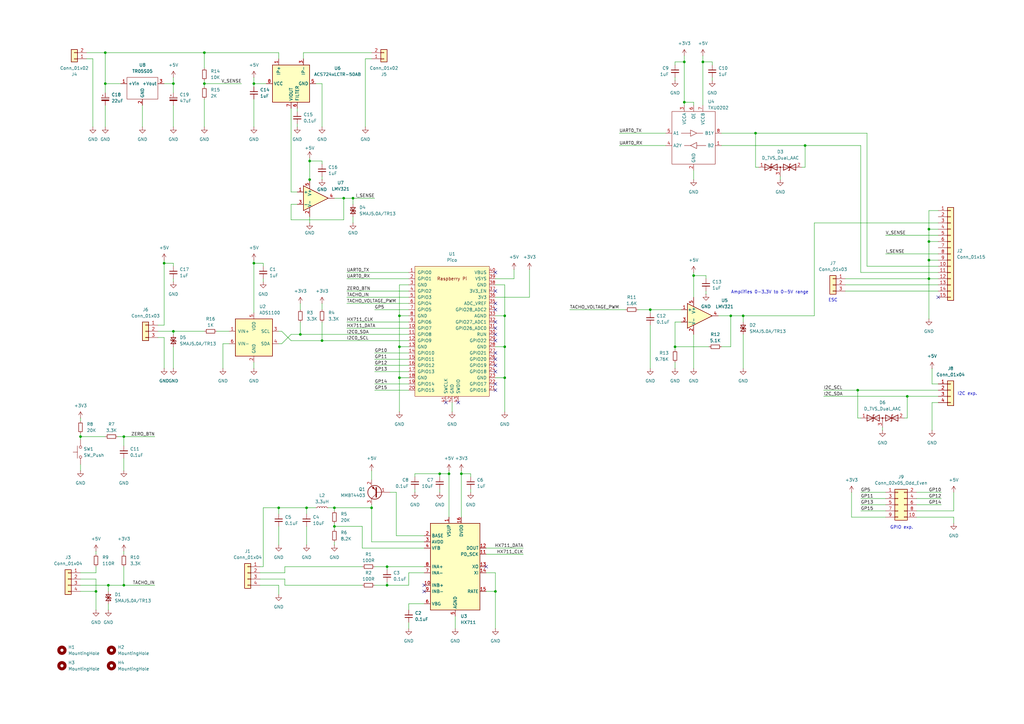
<source format=kicad_sch>
(kicad_sch (version 20231120) (generator "eeschema") (generator_version "8.0")
  (paper "A3")
  (title_block (title "AERO21412 \"Black Box\"") (date "2024-10-08") (rev "1.0"))
  (junction (at 299.72 129.54))
  (junction (at 304.8 129.54))
  (junction (at 351.79 160.02))
  (junction (at 123.19 137.16))
  (junction (at 163.83 129.54))
  (junction (at 43.18 21.59))
  (junction (at 372.11 162.56))
  (junction (at 381 93.98))
  (junction (at 114.3 208.28))
  (junction (at 137.16 215.9))
  (junction (at 381 106.68))
  (junction (at 71.12 34.29))
  (junction (at 50.8 240.03))
  (junction (at 207.01 154.94))
  (junction (at 39.37 242.57))
  (junction (at 67.31 107.95))
  (junction (at 163.83 154.94))
  (junction (at 127 73.66))
  (junction (at 104.14 107.95))
  (junction (at 140.97 81.28))
  (junction (at 132.08 139.7))
  (junction (at 158.75 232.41))
  (junction (at 266.7 127))
  (junction (at 309.88 54.61))
  (junction (at 44.45 240.03))
  (junction (at 50.8 179.07))
  (junction (at 180.34 194.31))
  (junction (at 203.2 242.57))
  (junction (at 127 66.04))
  (junction (at 184.15 194.31))
  (junction (at 284.48 113.03))
  (junction (at 144.78 81.28))
  (junction (at 280.67 41.91))
  (junction (at 83.82 21.59))
  (junction (at 137.16 208.28))
  (junction (at 163.83 142.24))
  (junction (at 125.73 208.28))
  (junction (at 381 114.3))
  (junction (at 43.18 34.29))
  (junction (at 152.4 208.28))
  (junction (at 33.02 179.07))
  (junction (at 330.2 59.69))
  (junction (at 189.23 194.31))
  (junction (at 104.14 34.29))
  (junction (at 83.82 34.29))
  (junction (at 276.86 142.24))
  (junction (at 280.67 25.4))
  (junction (at 207.01 142.24))
  (junction (at 207.01 129.54))
  (junction (at 158.75 240.03))
  (junction (at 288.29 25.4))
  (junction (at 381 99.06))
  (junction (at 71.12 135.89))
  (no_connect (at 203.2 137.16))
  (no_connect (at 203.2 147.32))
  (no_connect (at 203.2 152.4))
  (no_connect (at 203.2 160.02))
  (no_connect (at 173.99 242.57))
  (no_connect (at 203.2 139.7))
  (no_connect (at 173.99 240.03))
  (no_connect (at 199.39 232.41))
  (no_connect (at 203.2 111.76))
  (no_connect (at 203.2 124.46))
  (no_connect (at 203.2 157.48))
  (no_connect (at 203.2 119.38))
  (no_connect (at 187.96 165.1))
  (no_connect (at 203.2 144.78))
  (no_connect (at 203.2 134.62))
  (no_connect (at 182.88 165.1))
  (no_connect (at 384.81 121.92))
  (no_connect (at 203.2 149.86))
  (no_connect (at 203.2 132.08))
  (no_connect (at 203.2 127))
  (wire (pts (xy 353.06 209.55) (xy 363.22 209.55)))
  (wire (pts (xy 121.92 50.8) (xy 121.92 52.07)))
  (wire (pts (xy 381 93.98) (xy 384.81 93.98)))
  (wire (pts (xy 71.12 31.75) (xy 71.12 34.29)))
  (wire (pts (xy 127 64.77) (xy 127 66.04)))
  (wire (pts (xy 185.42 165.1) (xy 185.42 168.91)))
  (wire (pts (xy 127 88.9) (xy 127 91.44)))
  (wire (pts (xy 91.44 140.97) (xy 91.44 151.13)))
  (wire (pts (xy 280.67 41.91) (xy 284.48 41.91)))
  (wire (pts (xy 153.67 144.78) (xy 167.64 144.78)))
  (wire (pts (xy 67.31 106.68) (xy 67.31 107.95)))
  (wire (pts (xy 137.16 214.63) (xy 137.16 215.9)))
  (wire (pts (xy 132.08 34.29) (xy 129.54 34.29)))
  (wire (pts (xy 375.92 207.01) (xy 386.08 207.01)))
  (wire (pts (xy 295.91 54.61) (xy 309.88 54.61)))
  (wire (pts (xy 127 66.04) (xy 132.08 66.04)))
  (wire (pts (xy 158.75 232.41) (xy 173.99 232.41)))
  (wire (pts (xy 93.98 140.97) (xy 91.44 140.97)))
  (wire (pts (xy 337.82 160.02) (xy 351.79 160.02)))
  (wire (pts (xy 203.2 114.3) (xy 210.82 114.3)))
  (wire (pts (xy 58.42 43.18) (xy 58.42 52.07)))
  (wire (pts (xy 67.31 34.29) (xy 71.12 34.29)))
  (wire (pts (xy 381 93.98) (xy 381 99.06)))
  (wire (pts (xy 337.82 162.56) (xy 372.11 162.56)))
  (wire (pts (xy 284.48 69.85) (xy 284.48 73.66)))
  (wire (pts (xy 114.3 240.03) (xy 114.3 243.84)))
  (wire (pts (xy 116.84 234.95) (xy 106.68 234.95)))
  (wire (pts (xy 153.67 147.32) (xy 167.64 147.32)))
  (wire (pts (xy 132.08 124.46) (xy 132.08 127)))
  (wire (pts (xy 384.81 109.22) (xy 355.6 109.22)))
  (wire (pts (xy 382.27 165.1) (xy 382.27 176.53)))
  (wire (pts (xy 346.71 116.84) (xy 384.81 116.84)))
  (wire (pts (xy 116.84 232.41) (xy 116.84 234.95)))
  (wire (pts (xy 284.48 111.76) (xy 284.48 113.03)))
  (wire (pts (xy 167.64 247.65) (xy 173.99 247.65)))
  (wire (pts (xy 148.59 215.9) (xy 137.16 215.9)))
  (wire (pts (xy 199.39 234.95) (xy 203.2 234.95)))
  (wire (pts (xy 199.39 227.33) (xy 214.63 227.33)))
  (wire (pts (xy 33.02 234.95) (xy 39.37 234.95)))
  (wire (pts (xy 266.7 127) (xy 279.4 127)))
  (wire (pts (xy 104.14 106.68) (xy 104.14 107.95)))
  (wire (pts (xy 83.82 34.29) (xy 83.82 35.56)))
  (wire (pts (xy 152.4 208.28) (xy 152.4 207.01)))
  (wire (pts (xy 276.86 31.75) (xy 276.86 33.02)))
  (wire (pts (xy 43.18 21.59) (xy 43.18 34.29)))
  (wire (pts (xy 153.67 160.02) (xy 167.64 160.02)))
  (wire (pts (xy 158.75 238.76) (xy 158.75 240.03)))
  (wire (pts (xy 167.64 234.95) (xy 167.64 240.03)))
  (wire (pts (xy 121.92 78.74) (xy 119.38 78.74)))
  (wire (pts (xy 39.37 237.49) (xy 39.37 242.57)))
  (wire (pts (xy 33.02 240.03) (xy 44.45 240.03)))
  (wire (pts (xy 203.2 121.92) (xy 217.17 121.92)))
  (wire (pts (xy 284.48 137.16) (xy 284.48 151.13)))
  (wire (pts (xy 35.56 24.13) (xy 38.1 24.13)))
  (wire (pts (xy 142.24 121.92) (xy 167.64 121.92)))
  (wire (pts (xy 132.08 72.39) (xy 132.08 73.66)))
  (wire (pts (xy 134.62 208.28) (xy 137.16 208.28)))
  (wire (pts (xy 158.75 232.41) (xy 158.75 233.68)))
  (wire (pts (xy 44.45 240.03) (xy 50.8 240.03)))
  (wire (pts (xy 114.3 208.28) (xy 114.3 210.82)))
  (wire (pts (xy 142.24 111.76) (xy 167.64 111.76)))
  (wire (pts (xy 193.04 194.31) (xy 189.23 194.31)))
  (wire (pts (xy 299.72 129.54) (xy 299.72 142.24)))
  (wire (pts (xy 292.1 26.67) (xy 292.1 25.4)))
  (wire (pts (xy 162.56 201.93) (xy 162.56 219.71)))
  (wire (pts (xy 299.72 142.24) (xy 295.91 142.24)))
  (wire (pts (xy 149.86 24.13) (xy 149.86 52.07)))
  (wire (pts (xy 114.3 215.9) (xy 114.3 223.52)))
  (wire (pts (xy 334.01 91.44) (xy 384.81 91.44)))
  (wire (pts (xy 114.3 21.59) (xy 114.3 24.13)))
  (wire (pts (xy 104.14 107.95) (xy 107.95 107.95)))
  (wire (pts (xy 353.06 207.01) (xy 363.22 207.01)))
  (wire (pts (xy 167.64 247.65) (xy 167.64 250.19)))
  (wire (pts (xy 381 99.06) (xy 384.81 99.06)))
  (wire (pts (xy 158.75 240.03) (xy 167.64 240.03)))
  (wire (pts (xy 107.95 232.41) (xy 107.95 208.28)))
  (wire (pts (xy 33.02 177.8) (xy 33.02 179.07)))
  (wire (pts (xy 163.83 142.24) (xy 163.83 129.54)))
  (wire (pts (xy 189.23 193.04) (xy 189.23 194.31)))
  (wire (pts (xy 152.4 193.04) (xy 152.4 196.85)))
  (wire (pts (xy 280.67 41.91) (xy 280.67 43.18)))
  (wire (pts (xy 304.8 129.54) (xy 334.01 129.54)))
  (wire (pts (xy 50.8 187.96) (xy 50.8 193.04)))
  (wire (pts (xy 167.64 234.95) (xy 173.99 234.95)))
  (wire (pts (xy 49.53 34.29) (xy 43.18 34.29)))
  (wire (pts (xy 129.54 208.28) (xy 125.73 208.28)))
  (wire (pts (xy 203.2 129.54) (xy 207.01 129.54)))
  (wire (pts (xy 276.86 26.67) (xy 276.86 25.4)))
  (wire (pts (xy 193.04 200.66) (xy 193.04 201.93)))
  (wire (pts (xy 153.67 127) (xy 167.64 127)))
  (wire (pts (xy 104.14 31.75) (xy 104.14 34.29)))
  (wire (pts (xy 163.83 154.94) (xy 167.64 154.94)))
  (wire (pts (xy 203.2 142.24) (xy 207.01 142.24)))
  (wire (pts (xy 353.06 201.93) (xy 363.22 201.93)))
  (wire (pts (xy 71.12 135.89) (xy 83.82 135.89)))
  (wire (pts (xy 33.02 190.5) (xy 33.02 193.04)))
  (wire (pts (xy 71.12 34.29) (xy 71.12 38.1)))
  (wire (pts (xy 309.88 54.61) (xy 309.88 68.58)))
  (wire (pts (xy 127 66.04) (xy 127 73.66)))
  (wire (pts (xy 119.38 137.16) (xy 123.19 137.16)))
  (wire (pts (xy 137.16 81.28) (xy 140.97 81.28)))
  (wire (pts (xy 142.24 119.38) (xy 167.64 119.38)))
  (wire (pts (xy 375.92 201.93) (xy 386.08 201.93)))
  (wire (pts (xy 162.56 219.71) (xy 173.99 219.71)))
  (wire (pts (xy 207.01 116.84) (xy 207.01 129.54)))
  (wire (pts (xy 106.68 232.41) (xy 107.95 232.41)))
  (wire (pts (xy 375.92 204.47) (xy 386.08 204.47)))
  (wire (pts (xy 83.82 21.59) (xy 83.82 27.94)))
  (wire (pts (xy 193.04 195.58) (xy 193.04 194.31)))
  (wire (pts (xy 167.64 255.27) (xy 167.64 257.81)))
  (wire (pts (xy 114.3 135.89) (xy 115.57 135.89)))
  (wire (pts (xy 363.22 96.52) (xy 384.81 96.52)))
  (wire (pts (xy 48.26 179.07) (xy 50.8 179.07)))
  (wire (pts (xy 170.18 200.66) (xy 170.18 201.93)))
  (wire (pts (xy 140.97 90.17) (xy 119.38 90.17)))
  (wire (pts (xy 294.64 129.54) (xy 299.72 129.54)))
  (wire (pts (xy 189.23 194.31) (xy 189.23 212.09)))
  (wire (pts (xy 153.67 232.41) (xy 158.75 232.41)))
  (wire (pts (xy 123.19 124.46) (xy 123.19 127)))
  (wire (pts (xy 284.48 43.18) (xy 284.48 41.91)))
  (wire (pts (xy 104.14 34.29) (xy 104.14 35.56)))
  (wire (pts (xy 203.2 242.57) (xy 203.2 257.81)))
  (wire (pts (xy 391.16 209.55) (xy 391.16 201.93)))
  (wire (pts (xy 163.83 142.24) (xy 163.83 154.94)))
  (wire (pts (xy 67.31 107.95) (xy 71.12 107.95)))
  (wire (pts (xy 292.1 31.75) (xy 292.1 33.02)))
  (wire (pts (xy 346.71 119.38) (xy 384.81 119.38)))
  (wire (pts (xy 288.29 25.4) (xy 292.1 25.4)))
  (wire (pts (xy 289.56 119.38) (xy 289.56 120.65)))
  (wire (pts (xy 163.83 129.54) (xy 167.64 129.54)))
  (wire (pts (xy 153.67 157.48) (xy 167.64 157.48)))
  (wire (pts (xy 280.67 25.4) (xy 280.67 41.91)))
  (wire (pts (xy 119.38 83.82) (xy 121.92 83.82)))
  (wire (pts (xy 381 106.68) (xy 384.81 106.68)))
  (wire (pts (xy 39.37 242.57) (xy 39.37 250.19)))
  (wire (pts (xy 320.04 72.39) (xy 320.04 73.66)))
  (wire (pts (xy 203.2 234.95) (xy 203.2 242.57)))
  (wire (pts (xy 119.38 139.7) (xy 132.08 139.7)))
  (wire (pts (xy 163.83 168.91) (xy 163.83 154.94)))
  (wire (pts (xy 144.78 88.9) (xy 144.78 91.44)))
  (wire (pts (xy 180.34 194.31) (xy 184.15 194.31)))
  (wire (pts (xy 375.92 212.09) (xy 391.16 212.09)))
  (wire (pts (xy 127 74.93) (xy 127 73.66)))
  (wire (pts (xy 132.08 66.04) (xy 132.08 67.31)))
  (wire (pts (xy 125.73 208.28) (xy 125.73 210.82)))
  (wire (pts (xy 67.31 138.43) (xy 67.31 151.13)))
  (wire (pts (xy 266.7 127) (xy 266.7 128.27)))
  (wire (pts (xy 104.14 107.95) (xy 104.14 128.27)))
  (wire (pts (xy 107.95 114.3) (xy 107.95 115.57)))
  (wire (pts (xy 39.37 226.06) (xy 39.37 227.33)))
  (wire (pts (xy 334.01 129.54) (xy 334.01 91.44)))
  (wire (pts (xy 381 106.68) (xy 381 114.3)))
  (wire (pts (xy 180.34 195.58) (xy 180.34 194.31)))
  (wire (pts (xy 50.8 240.03) (xy 63.5 240.03)))
  (wire (pts (xy 184.15 193.04) (xy 184.15 194.31)))
  (wire (pts (xy 375.92 209.55) (xy 391.16 209.55)))
  (wire (pts (xy 107.95 208.28) (xy 114.3 208.28)))
  (wire (pts (xy 330.2 59.69) (xy 330.2 68.58)))
  (wire (pts (xy 142.24 134.62) (xy 167.64 134.62)))
  (wire (pts (xy 279.4 132.08) (xy 276.86 132.08)))
  (wire (pts (xy 33.02 237.49) (xy 39.37 237.49)))
  (wire (pts (xy 391.16 212.09) (xy 391.16 214.63)))
  (wire (pts (xy 153.67 240.03) (xy 158.75 240.03)))
  (wire (pts (xy 124.46 21.59) (xy 152.4 21.59)))
  (wire (pts (xy 372.11 162.56) (xy 384.81 162.56)))
  (wire (pts (xy 207.01 129.54) (xy 207.01 142.24)))
  (wire (pts (xy 351.79 171.45) (xy 351.79 160.02)))
  (wire (pts (xy 349.25 212.09) (xy 363.22 212.09)))
  (wire (pts (xy 254 59.69) (xy 273.05 59.69)))
  (wire (pts (xy 207.01 154.94) (xy 207.01 168.91)))
  (wire (pts (xy 284.48 113.03) (xy 284.48 121.92)))
  (wire (pts (xy 33.02 179.07) (xy 33.02 180.34)))
  (wire (pts (xy 83.82 33.02) (xy 83.82 34.29)))
  (wire (pts (xy 43.18 21.59) (xy 83.82 21.59)))
  (wire (pts (xy 107.95 107.95) (xy 107.95 109.22)))
  (wire (pts (xy 83.82 40.64) (xy 83.82 52.07)))
  (wire (pts (xy 153.67 152.4) (xy 167.64 152.4)))
  (wire (pts (xy 311.15 68.58) (xy 309.88 68.58)))
  (wire (pts (xy 353.06 59.69) (xy 353.06 111.76)))
  (wire (pts (xy 153.67 149.86) (xy 167.64 149.86)))
  (wire (pts (xy 144.78 81.28) (xy 144.78 83.82)))
  (wire (pts (xy 50.8 179.07) (xy 63.5 179.07)))
  (wire (pts (xy 137.16 208.28) (xy 152.4 208.28)))
  (wire (pts (xy 123.19 132.08) (xy 123.19 137.16)))
  (wire (pts (xy 167.64 142.24) (xy 163.83 142.24)))
  (wire (pts (xy 137.16 215.9) (xy 137.16 217.17)))
  (wire (pts (xy 353.06 204.47) (xy 363.22 204.47)))
  (wire (pts (xy 284.48 113.03) (xy 289.56 113.03)))
  (wire (pts (xy 83.82 34.29) (xy 99.06 34.29)))
  (wire (pts (xy 115.57 135.89) (xy 119.38 139.7)))
  (wire (pts (xy 288.29 22.86) (xy 288.29 25.4)))
  (wire (pts (xy 71.12 142.24) (xy 71.12 151.13)))
  (wire (pts (xy 106.68 240.03) (xy 114.3 240.03)))
  (wire (pts (xy 44.45 247.65) (xy 44.45 250.19)))
  (wire (pts (xy 210.82 110.49) (xy 210.82 114.3)))
  (wire (pts (xy 123.19 137.16) (xy 167.64 137.16)))
  (wire (pts (xy 33.02 179.07) (xy 43.18 179.07)))
  (wire (pts (xy 39.37 234.95) (xy 39.37 232.41)))
  (wire (pts (xy 280.67 22.86) (xy 280.67 25.4)))
  (wire (pts (xy 71.12 114.3) (xy 71.12 115.57)))
  (wire (pts (xy 43.18 43.18) (xy 43.18 52.07)))
  (wire (pts (xy 132.08 52.07) (xy 132.08 34.29)))
  (wire (pts (xy 309.88 54.61) (xy 355.6 54.61)))
  (wire (pts (xy 384.81 165.1) (xy 382.27 165.1)))
  (wire (pts (xy 142.24 114.3) (xy 167.64 114.3)))
  (wire (pts (xy 203.2 116.84) (xy 207.01 116.84)))
  (wire (pts (xy 233.68 127) (xy 256.54 127)))
  (wire (pts (xy 384.81 86.36) (xy 381 86.36)))
  (wire (pts (xy 328.93 68.58) (xy 330.2 68.58)))
  (wire (pts (xy 288.29 25.4) (xy 288.29 43.18)))
  (wire (pts (xy 351.79 160.02) (xy 384.81 160.02)))
  (wire (pts (xy 33.02 171.45) (xy 33.02 172.72)))
  (wire (pts (xy 381 99.06) (xy 381 106.68)))
  (wire (pts (xy 330.2 59.69) (xy 353.06 59.69)))
  (wire (pts (xy 104.14 148.59) (xy 104.14 151.13)))
  (wire (pts (xy 304.8 129.54) (xy 304.8 132.08)))
  (wire (pts (xy 372.11 162.56) (xy 372.11 171.45)))
  (wire (pts (xy 50.8 179.07) (xy 50.8 182.88)))
  (wire (pts (xy 203.2 154.94) (xy 207.01 154.94)))
  (wire (pts (xy 355.6 109.22) (xy 355.6 54.61)))
  (wire (pts (xy 67.31 133.35) (xy 64.77 133.35)))
  (wire (pts (xy 71.12 107.95) (xy 71.12 109.22)))
  (wire (pts (xy 137.16 208.28) (xy 137.16 209.55)))
  (wire (pts (xy 140.97 81.28) (xy 144.78 81.28)))
  (wire (pts (xy 124.46 24.13) (xy 124.46 21.59)))
  (wire (pts (xy 144.78 81.28) (xy 153.67 81.28)))
  (wire (pts (xy 295.91 59.69) (xy 330.2 59.69)))
  (wire (pts (xy 38.1 24.13) (xy 38.1 52.07)))
  (wire (pts (xy 88.9 135.89) (xy 93.98 135.89)))
  (wire (pts (xy 121.92 44.45) (xy 121.92 45.72)))
  (wire (pts (xy 163.83 116.84) (xy 167.64 116.84)))
  (wire (pts (xy 50.8 240.03) (xy 50.8 232.41)))
  (wire (pts (xy 142.24 124.46) (xy 167.64 124.46)))
  (wire (pts (xy 217.17 110.49) (xy 217.17 121.92)))
  (wire (pts (xy 170.18 194.31) (xy 180.34 194.31)))
  (wire (pts (xy 276.86 148.59) (xy 276.86 151.13)))
  (wire (pts (xy 43.18 34.29) (xy 43.18 38.1)))
  (wire (pts (xy 199.39 242.57) (xy 203.2 242.57)))
  (wire (pts (xy 64.77 135.89) (xy 71.12 135.89)))
  (wire (pts (xy 276.86 132.08) (xy 276.86 142.24)))
  (wire (pts (xy 349.25 201.93) (xy 349.25 212.09)))
  (wire (pts (xy 186.69 252.73) (xy 186.69 257.81)))
  (wire (pts (xy 363.22 104.14) (xy 384.81 104.14)))
  (wire (pts (xy 361.95 175.26) (xy 361.95 176.53)))
  (wire (pts (xy 67.31 107.95) (xy 67.31 133.35)))
  (wire (pts (xy 173.99 224.79) (xy 148.59 224.79)))
  (wire (pts (xy 304.8 137.16) (xy 304.8 151.13)))
  (wire (pts (xy 140.97 81.28) (xy 140.97 90.17)))
  (wire (pts (xy 44.45 240.03) (xy 44.45 242.57)))
  (wire (pts (xy 163.83 129.54) (xy 163.83 116.84)))
  (wire (pts (xy 64.77 138.43) (xy 67.31 138.43)))
  (wire (pts (xy 254 54.61) (xy 273.05 54.61)))
  (wire (pts (xy 116.84 240.03) (xy 148.59 240.03)))
  (wire (pts (xy 152.4 208.28) (xy 152.4 222.25)))
  (wire (pts (xy 370.84 171.45) (xy 372.11 171.45)))
  (wire (pts (xy 115.57 140.97) (xy 119.38 137.16)))
  (wire (pts (xy 384.81 157.48) (xy 382.27 157.48)))
  (wire (pts (xy 381 86.36) (xy 381 93.98)))
  (wire (pts (xy 199.39 224.79) (xy 214.63 224.79)))
  (wire (pts (xy 266.7 133.35) (xy 266.7 151.13)))
  (wire (pts (xy 381 114.3) (xy 381 130.81)))
  (wire (pts (xy 71.12 43.18) (xy 71.12 52.07)))
  (wire (pts (xy 83.82 21.59) (xy 114.3 21.59)))
  (wire (pts (xy 132.08 132.08) (xy 132.08 139.7)))
  (wire (pts (xy 299.72 129.54) (xy 304.8 129.54)))
  (wire (pts (xy 125.73 215.9) (xy 125.73 223.52)))
  (wire (pts (xy 125.73 208.28) (xy 114.3 208.28)))
  (wire (pts (xy 261.62 127) (xy 266.7 127)))
  (wire (pts (xy 116.84 237.49) (xy 116.84 240.03)))
  (wire (pts (xy 173.99 222.25) (xy 152.4 222.25)))
  (wire (pts (xy 381 114.3) (xy 384.81 114.3)))
  (wire (pts (xy 180.34 200.66) (xy 180.34 201.93)))
  (wire (pts (xy 207.01 142.24) (xy 207.01 154.94)))
  (wire (pts (xy 33.02 242.57) (xy 39.37 242.57)))
  (wire (pts (xy 160.02 201.93) (xy 162.56 201.93)))
  (wire (pts (xy 104.14 40.64) (xy 104.14 52.07)))
  (wire (pts (xy 119.38 90.17) (xy 119.38 83.82)))
  (wire (pts (xy 109.22 34.29) (xy 104.14 34.29)))
  (wire (pts (xy 170.18 195.58) (xy 170.18 194.31)))
  (wire (pts (xy 152.4 24.13) (xy 149.86 24.13)))
  (wire (pts (xy 71.12 135.89) (xy 71.12 137.16)))
  (wire (pts (xy 148.59 224.79) (xy 148.59 215.9)))
  (wire (pts (xy 353.06 111.76) (xy 384.81 111.76)))
  (wire (pts (xy 382.27 151.13) (xy 382.27 157.48)))
  (wire (pts (xy 184.15 194.31) (xy 184.15 212.09)))
  (wire (pts (xy 142.24 132.08) (xy 167.64 132.08)))
  (wire (pts (xy 351.79 171.45) (xy 353.06 171.45)))
  (wire (pts (xy 119.38 78.74) (xy 119.38 44.45)))
  (wire (pts (xy 106.68 237.49) (xy 116.84 237.49)))
  (wire (pts (xy 148.59 232.41) (xy 116.84 232.41)))
  (wire (pts (xy 290.83 142.24) (xy 276.86 142.24)))
  (wire (pts (xy 137.16 222.25) (xy 137.16 223.52)))
  (wire (pts (xy 132.08 139.7) (xy 167.64 139.7)))
  (wire (pts (xy 289.56 113.03) (xy 289.56 114.3)))
  (wire (pts (xy 50.8 226.06) (xy 50.8 227.33)))
  (wire (pts (xy 276.86 142.24) (xy 276.86 143.51)))
  (wire (pts (xy 114.3 140.97) (xy 115.57 140.97)))
  (wire (pts (xy 276.86 25.4) (xy 280.67 25.4)))
  (wire (pts (xy 346.71 114.3) (xy 381 114.3)))
  (wire (pts (xy 35.56 21.59) (xy 43.18 21.59)))
  (text "GPIO exp." (at 369.824 216.408 0) (effects (font (size 1.27 1.27))))
  (text "Amplifies 0-3.3V to 0-5V range" (at 315.722 119.888 0) (effects (font (size 1.27 1.27))))
  (text "ESC" (at 341.63 123.19 0) (effects (font (size 1.27 1.27))))
  (text "I2C exp." (at 396.748 161.544 0) (effects (font (size 1.27 1.27))))
  (label "I2C_SDA" (at 337.82 162.56 0))
  (label "ZERO_BTN" (at 142.24 119.38 0))
  (label "TACHO_VOLTAGE_PWM" (at 142.24 124.46 0))
  (label "V_SENSE" (at 363.22 96.52 0))
  (label "HX711_CLK" (at 142.24 132.08 0))
  (label "GP13" (at 353.06 207.01 0))
  (label "UART0_RX" (at 254 59.69 0))
  (label "V_SENSE" (at 99.06 34.29 180))
  (label "GP10" (at 153.67 144.78 0))
  (label "UART0_TX" (at 254 54.61 0))
  (label "TACHO_IN" (at 63.5 240.03 180))
  (label "GP15" (at 153.67 160.02 0))
  (label "I2C0_SDA" (at 142.24 137.16 0))
  (label "GP14" (at 153.67 157.48 0))
  (label "HX711_DATA" (at 142.24 134.62 0))
  (label "HX711_DATA" (at 214.63 224.79 180))
  (label "I_SENSE" (at 153.67 81.28 180))
  (label "GP10" (at 386.08 201.93 180))
  (label "GP14" (at 386.08 207.01 180))
  (label "GP5" (at 353.06 201.93 0))
  (label "ZERO_BTN" (at 63.5 179.07 180))
  (label "I_SENSE" (at 363.22 104.14 0))
  (label "GP11" (at 153.67 147.32 0))
  (label "I2C0_SCL" (at 142.24 139.7 0))
  (label "HX711_CLK" (at 214.63 227.33 180))
  (label "TACHO_IN" (at 142.24 121.92 0))
  (label "TACHO_VOLTAGE_PWM" (at 233.68 127 0))
  (label "GP13" (at 153.67 152.4 0))
  (label "GP12" (at 153.67 149.86 0))
  (label "GP12" (at 386.08 204.47 180))
  (label "GP5" (at 153.67 127 0))
  (label "I2C_SCL" (at 337.82 160.02 0))
  (label "UART0_RX" (at 142.24 114.3 0))
  (label "UART0_TX" (at 142.24 111.76 0))
  (label "GP15" (at 353.06 209.55 0))
  (label "GP11" (at 353.06 204.47 0))
  (symbol (lib_id "power:+5V") (at 39.37 226.06 0) (unit 1)
    (property "Reference" "#PWR033" (effects (hide yes)))
    (property "Value" "+5V" (at 39.37 220.98 0))
    (property "Description" "Power symbol creates a global label with name \"+5V\"" (effects (hide yes)))
  )
  (symbol (lib_id "Device:R_Small") (at 50.8 229.87 180) (unit 1)
    (property "Reference" "R10" (at 53.34 228.5999 0) (effects (justify right)))
    (property "Value" "3.3K" (at 53.34 231.1399 0) (effects (justify right)))
    (property "Footprint" "Resistor_SMD:R_0603_1608Metric" (effects (hide yes)))
    (property "Description" "Resistor, small symbol" (effects (hide yes)))
  )
  (symbol (lib_id "Device:R_Small") (at 132.08 129.54 0) (unit 1)
    (property "Reference" "R4" (at 134.62 128.2699 0) (effects (justify left)))
    (property "Value" "3.3K" (at 134.62 130.8099 0) (effects (justify left)))
    (property "Footprint" "Resistor_SMD:R_0603_1608Metric" (effects (hide yes)))
    (property "Description" "Resistor, small symbol" (effects (hide yes)))
  )
  (symbol (lib_id "power:+5V") (at 210.82 110.49 0) (unit 1)
    (property "Reference" "#PWR06" (effects (hide yes)))
    (property "Value" "+5V" (at 210.82 105.41 0))
    (property "Description" "Power symbol creates a global label with name \"+5V\"" (effects (hide yes)))
  )
  (symbol (lib_id "Device:R_Small") (at 39.37 229.87 180) (unit 1)
    (property "Reference" "R9" (at 41.91 228.5999 0) (effects (justify right)))
    (property "Value" "110R" (at 41.91 231.1399 0) (effects (justify right)))
    (property "Footprint" "Resistor_SMD:R_0805_2012Metric" (effects (hide yes)))
    (property "Description" "Resistor, small symbol" (effects (hide yes)))
  )
  (symbol (lib_id "Device:C_Small") (at 71.12 111.76 0) (unit 1)
    (property "Reference" "C17" (at 73.66 110.4962 0) (effects (justify left)))
    (property "Value" "1uF" (at 73.66 113.0362 0) (effects (justify left)))
    (property "Footprint" "Capacitor_SMD:C_0603_1608Metric" (effects (hide yes)))
    (property "Description" "Unpolarized capacitor, small symbol" (effects (hide yes)))
  )
  (symbol (lib_id "power:+5V") (at 184.15 193.04 0) (unit 1)
    (property "Reference" "#PWR016" (effects (hide yes)))
    (property "Value" "+5V" (at 184.15 187.96 0))
    (property "Description" "Power symbol creates a global label with name \"+5V\"" (effects (hide yes)))
  )
  (symbol (lib_id "Amplifier_Operational:LMV321") (at 129.54 81.28 0) (unit 1)
    (property "Reference" "U7" (at 139.7 74.9614 0))
    (property "Value" "LMV321" (at 139.7 77.5014 0))
    (property "Footprint" "Package_TO_SOT_SMD:SOT-23-5" (effects (hide yes)))
    (property "Datasheet" "http://www.ti.com/lit/ds/symlink/lmv324.pdf" (effects (hide yes)))
    (property "Description" "Low-Voltage Rail-to-Rail Output Operational Amplifiers, SOT-23-5/SC-70-5" (effects (hide yes)))
  )
  (symbol (lib_id "Amplifier_Operational:LMV321") (at 287.02 129.54 0) (unit 1)
    (property "Reference" "U5" (at 297.18 123.2214 0))
    (property "Value" "LMV321" (at 297.18 125.7614 0))
    (property "Footprint" "Package_TO_SOT_SMD:SOT-23-5" (effects (hide yes)))
    (property "Datasheet" "http://www.ti.com/lit/ds/symlink/lmv324.pdf" (effects (hide yes)))
    (property "Description" "Low-Voltage Rail-to-Rail Output Operational Amplifiers, SOT-23-5/SC-70-5" (effects (hide yes)))
  )
  (symbol (lib_id "Device:R_Small") (at 151.13 240.03 90) (unit 1)
    (property "Reference" "R2" (at 151.13 234.95 90))
    (property "Value" "100R" (at 151.13 237.49 90))
    (property "Footprint" "Resistor_SMD:R_0603_1608Metric" (effects (hide yes)))
    (property "Description" "Resistor, small symbol" (effects (hide yes)))
  )
  (symbol (lib_id "Device:C_Small") (at 50.8 185.42 180) (unit 1)
    (property "Reference" "C11" (at 53.34 184.1435 0) (effects (justify right)))
    (property "Value" "0.1uF" (at 53.34 186.6835 0) (effects (justify right)))
    (property "Footprint" "Capacitor_SMD:C_0603_1608Metric" (effects (hide yes)))
    (property "Description" "Unpolarized capacitor, small symbol" (effects (hide yes)))
  )
  (symbol (lib_id "power:GND") (at 276.86 151.13 0) (unit 1)
    (property "Reference" "#PWR039" (effects (hide yes)))
    (property "Value" "GND" (at 276.86 156.21 0))
    (property "Description" "Power symbol creates a global label with name \"GND\" , ground" (effects (hide yes)))
  )
  (symbol (lib_id "Device:D_TVS_Small") (at 71.12 139.7 90) (unit 1)
    (property "Reference" "D5" (at 73.66 138.4299 90) (effects (justify right)))
    (property "Value" "SMAJ5.0A/TR13" (at 73.66 140.9699 90) (effects (justify right)))
    (property "Footprint" "Diode_SMD:D_SMA" (effects (hide yes)))
    (property "Description" "Bidirectional transient-voltage-suppression diode, small symbol" (effects (hide yes)))
    (property "Manufacturer" "Yageo" (effects (hide yes)))
    (property "ManufacturerPartNumber" "SMAJ5.0A/TR13" (effects (hide yes)))
  )
  (symbol (lib_id "Device:R_Small") (at 151.13 232.41 90) (unit 1)
    (property "Reference" "R1" (at 151.13 227.33 90))
    (property "Value" "100R" (at 151.13 229.87 90))
    (property "Footprint" "Resistor_SMD:R_0603_1608Metric" (effects (hide yes)))
    (property "Description" "Resistor, small symbol" (effects (hide yes)))
  )
  (symbol (lib_id "Mechanical:MountingHole") (at 45.72 273.05 0) (unit 1) (exclude_from_sim yes) (in_bom no)
    (property "Reference" "H4" (at 48.26 271.7799 0) (effects (justify left)))
    (property "Value" "MountingHole" (at 48.26 274.3199 0) (effects (justify left)))
    (property "Footprint" "MountingHole:MountingHole_3.2mm_M3" (effects (hide yes)))
    (property "Description" "Mounting Hole without connection" (effects (hide yes)))
  )
  (symbol (lib_id "Connector_Generic:Conn_01x04") (at 27.94 237.49 0) (mirror y) (unit 1)
    (property "Reference" "J3" (at 27.94 228.6 0))
    (property "Value" "Conn_01x04" (at 27.94 231.14 0))
    (property "Footprint" "Connector_Molex:Molex_KK-254_AE-6410-04A_1x04_P2.54mm_Vertical" (effects (hide yes)))
    (property "Description" "Generic connector, single row, 01x04, script generated (kicad-library-utils/schlib/autogen/connector/)" (effects (hide yes)))
  )
  (symbol (lib_id "Mechanical:MountingHole") (at 25.4 273.05 0) (unit 1) (exclude_from_sim yes) (in_bom no)
    (property "Reference" "H3" (at 27.94 271.7799 0) (effects (justify left)))
    (property "Value" "MountingHole" (at 27.94 274.3199 0) (effects (justify left)))
    (property "Footprint" "MountingHole:MountingHole_3.2mm_M3" (effects (hide yes)))
    (property "Description" "Mounting Hole without connection" (effects (hide yes)))
  )
  (symbol (lib_id "power:GND") (at 67.31 151.13 0) (unit 1)
    (property "Reference" "#PWR058" (effects (hide yes)))
    (property "Value" "GND" (at 67.31 156.21 0))
    (property "Description" "Power symbol creates a global label with name \"GND\" , ground" (effects (hide yes)))
  )
  (symbol (lib_id "Device:R_Small") (at 137.16 212.09 180) (unit 1)
    (property "Reference" "R5" (at 139.7 210.8199 0) (effects (justify right)))
    (property "Value" "20K" (at 139.7 213.3599 0) (effects (justify right)))
    (property "Footprint" "Resistor_SMD:R_0603_1608Metric" (effects (hide yes)))
    (property "Description" "Resistor, small symbol" (effects (hide yes)))
  )
  (symbol (lib_id "power:GND") (at 58.42 52.07 0) (unit 1)
    (property "Reference" "#PWR060" (effects (hide yes)))
    (property "Value" "GND" (at 58.42 57.15 0))
    (property "Description" "Power symbol creates a global label with name \"GND\" , ground" (effects (hide yes)))
  )
  (symbol (lib_id "Device:C_Small") (at 266.7 130.81 180) (unit 1)
    (property "Reference" "C12" (at 269.24 129.5335 0) (effects (justify right)))
    (property "Value" "0.1uF" (at 269.24 132.0735 0) (effects (justify right)))
    (property "Footprint" "Capacitor_SMD:C_0603_1608Metric" (effects (hide yes)))
    (property "Description" "Unpolarized capacitor, small symbol" (effects (hide yes)))
  )
  (symbol (lib_id "Device:C_Small") (at 276.86 29.21 0) (mirror y) (unit 1)
    (property "Reference" "C9" (at 274.32 27.9462 0) (effects (justify left)))
    (property "Value" "1uF" (at 274.32 30.4862 0) (effects (justify left)))
    (property "Footprint" "Capacitor_SMD:C_0603_1608Metric" (effects (hide yes)))
    (property "Description" "Unpolarized capacitor, small symbol" (effects (hide yes)))
  )
  (symbol (lib_id "power:GND") (at 170.18 201.93 0) (unit 1)
    (property "Reference" "#PWR024" (effects (hide yes)))
    (property "Value" "GND" (at 170.18 207.01 0))
    (property "Description" "Power symbol creates a global label with name \"GND\" , ground" (effects (hide yes)))
  )
  (symbol (lib_id "power:GND") (at 71.12 115.57 0) (unit 1)
    (property "Reference" "#PWR057" (effects (hide yes)))
    (property "Value" "GND" (at 71.12 120.65 0))
    (property "Description" "Power symbol creates a global label with name \"GND\" , ground" (effects (hide yes)))
  )
  (symbol (lib_id "power:GND") (at 39.37 250.19 0) (unit 1)
    (property "Reference" "#PWR034" (effects (hide yes)))
    (property "Value" "GND" (at 39.37 255.27 0))
    (property "Description" "Power symbol creates a global label with name \"GND\" , ground" (effects (hide yes)))
  )
  (symbol (lib_id "power:GND") (at 284.48 151.13 0) (unit 1)
    (property "Reference" "#PWR038" (effects (hide yes)))
    (property "Value" "GND" (at 284.48 156.21 0))
    (property "Description" "Power symbol creates a global label with name \"GND\" , ground" (effects (hide yes)))
  )
  (symbol (lib_id "Device:C_Small") (at 193.04 198.12 0) (unit 1)
    (property "Reference" "C6" (at 195.58 196.8562 0) (effects (justify left)))
    (property "Value" "1uF" (at 195.58 199.3962 0) (effects (justify left)))
    (property "Footprint" "Capacitor_SMD:C_0603_1608Metric" (effects (hide yes)))
    (property "Description" "Unpolarized capacitor, small symbol" (effects (hide yes)))
  )
  (symbol (lib_id "power:GND") (at 91.44 151.13 0) (unit 1)
    (property "Reference" "#PWR010" (effects (hide yes)))
    (property "Value" "GND" (at 91.44 156.21 0))
    (property "Description" "Power symbol creates a global label with name \"GND\" , ground" (effects (hide yes)))
  )
  (symbol (lib_id "Device:C_Small") (at 167.64 252.73 180) (unit 1)
    (property "Reference" "C2" (at 170.18 251.4535 0) (effects (justify right)))
    (property "Value" "0.1uF" (at 170.18 253.9935 0) (effects (justify right)))
    (property "Footprint" "Capacitor_SMD:C_0603_1608Metric" (effects (hide yes)))
    (property "Description" "Unpolarized capacitor, small symbol" (effects (hide yes)))
  )
  (symbol (lib_id "Device:C_Small") (at 114.3 213.36 0) (unit 1)
    (property "Reference" "C5" (at 116.84 212.0962 0) (effects (justify left)))
    (property "Value" "0.1uF" (at 116.84 214.6362 0) (effects (justify left)))
    (property "Footprint" "Capacitor_SMD:C_0603_1608Metric" (effects (hide yes)))
    (property "Description" "Unpolarized capacitor, small symbol" (effects (hide yes)))
  )
  (symbol (lib_id "power:GND") (at 137.16 223.52 0) (unit 1)
    (property "Reference" "#PWR018" (effects (hide yes)))
    (property "Value" "GND" (at 137.16 228.6 0))
    (property "Description" "Power symbol creates a global label with name \"GND\" , ground" (effects (hide yes)))
  )
  (symbol (lib_id "power:+3V3") (at 132.08 124.46 0) (unit 1)
    (property "Reference" "#PWR012" (effects (hide yes)))
    (property "Value" "+3V3" (at 132.08 119.38 0))
    (property "Description" "Power symbol creates a global label with name \"+3V3\"" (effects (hide yes)))
  )
  (symbol (lib_id "power:GND") (at 44.45 250.19 0) (unit 1)
    (property "Reference" "#PWR036" (effects (hide yes)))
    (property "Value" "GND" (at 44.45 255.27 0))
    (property "Description" "Power symbol creates a global label with name \"GND\" , ground" (effects (hide yes)))
  )
  (symbol (lib_id "power:GND") (at 114.3 223.52 0) (unit 1)
    (property "Reference" "#PWR020" (effects (hide yes)))
    (property "Value" "GND" (at 114.3 228.6 0))
    (property "Description" "Power symbol creates a global label with name \"GND\" , ground" (effects (hide yes)))
  )
  (symbol (lib_id "power:+5V") (at 382.27 151.13 0) (unit 1)
    (property "Reference" "#PWR065" (effects (hide yes)))
    (property "Value" "+5V" (at 382.27 146.05 0))
    (property "Description" "Power symbol creates a global label with name \"+5V\"" (effects (hide yes)))
  )
  (symbol (lib_id "power:GND") (at 132.08 52.07 0) (unit 1)
    (property "Reference" "#PWR048" (effects (hide yes)))
    (property "Value" "GND" (at 132.08 57.15 0))
    (property "Description" "Power symbol creates a global label with name \"GND\" , ground" (effects (hide yes)))
  )
  (symbol (lib_id "power:+5V") (at 127 64.77 0) (unit 1)
    (property "Reference" "#PWR051" (effects (hide yes)))
    (property "Value" "+5V" (at 127 60.706 0))
    (property "Description" "Power symbol creates a global label with name \"+5V\"" (effects (hide yes)))
  )
  (symbol (lib_id "power:GND") (at 382.27 176.53 0) (unit 1)
    (property "Reference" "#PWR064" (effects (hide yes)))
    (property "Value" "GND" (at 382.27 181.61 0))
    (property "Description" "Power symbol creates a global label with name \"GND\" , ground" (effects (hide yes)))
  )
  (symbol (lib_id "Connector_Generic:Conn_01x02") (at 157.48 24.13 0) (mirror x) (unit 1)
    (property "Reference" "J5" (at 157.48 30.48 0))
    (property "Value" "Conn_01x02" (at 157.48 27.94 0))
    (property "Footprint" "Connector_AMASS:AMASS_XT60-F_1x02_P7.20mm_Vertical" (effects (hide yes)))
    (property "Description" "Generic connector, single row, 01x02, script generated (kicad-library-utils/schlib/autogen/connector/)" (effects (hide yes)))
    (property "Manufacturer" "Amass" (effects (hide yes)))
    (property "ManufacturerPartNumber" "XT60-F" (effects (hide yes)))
  )
  (symbol (lib_id "Device:D_TVS_Small") (at 144.78 86.36 90) (unit 1)
    (property "Reference" "D4" (at 147.32 85.0899 90) (effects (justify right)))
    (property "Value" "SMAJ5.0A/TR13" (at 147.32 87.6299 90) (effects (justify right)))
    (property "Footprint" "Diode_SMD:D_SMA" (effects (hide yes)))
    (property "Description" "Bidirectional transient-voltage-suppression diode, small symbol" (effects (hide yes)))
    (property "Manufacturer" "Yageo" (effects (hide yes)))
    (property "ManufacturerPartNumber" "SMAJ5.0A/TR13" (effects (hide yes)))
  )
  (symbol (lib_id "power:GND") (at 361.95 176.53 0) (unit 1)
    (property "Reference" "#PWR066" (effects (hide yes)))
    (property "Value" "GND" (at 361.95 181.61 0))
    (property "Description" "Power symbol creates a global label with name \"GND\" , ground" (effects (hide yes)))
  )
  (symbol (lib_id "power:+3V3") (at 33.02 171.45 0) (unit 1)
    (property "Reference" "#PWR032" (effects (hide yes)))
    (property "Value" "+3V3" (at 33.02 166.37 0))
    (property "Description" "Power symbol creates a global label with name \"+3V3\"" (effects (hide yes)))
  )
  (symbol (lib_id "power:GND") (at 83.82 52.07 0) (unit 1)
    (property "Reference" "#PWR045" (effects (hide yes)))
    (property "Value" "GND" (at 83.82 57.15 0))
    (property "Description" "Power symbol creates a global label with name \"GND\" , ground" (effects (hide yes)))
  )
  (symbol (lib_id "power:+5V") (at 288.29 22.86 0) (unit 1)
    (property "Reference" "#PWR026" (effects (hide yes)))
    (property "Value" "+5V" (at 288.29 17.78 0))
    (property "Description" "Power symbol creates a global label with name \"+5V\"" (effects (hide yes)))
  )
  (symbol (lib_id "power:+3V3") (at 189.23 193.04 0) (unit 1)
    (property "Reference" "#PWR017" (effects (hide yes)))
    (property "Value" "+3V3" (at 189.23 187.96 0))
    (property "Description" "Power symbol creates a global label with name \"+3V3\"" (effects (hide yes)))
  )
  (symbol (lib_id "power:GND") (at 33.02 193.04 0) (unit 1)
    (property "Reference" "#PWR030" (effects (hide yes)))
    (property "Value" "GND" (at 33.02 198.12 0))
    (property "Description" "Power symbol creates a global label with name \"GND\" , ground" (effects (hide yes)))
  )
  (symbol (lib_id "power:GND") (at 276.86 33.02 0) (unit 1)
    (property "Reference" "#PWR027" (effects (hide yes)))
    (property "Value" "GND" (at 276.86 38.1 0))
    (property "Description" "Power symbol creates a global label with name \"GND\" , ground" (effects (hide yes)))
  )
  (symbol (lib_id "Connector_Generic:Conn_02x05_Odd_Even") (at 368.3 207.01 0) (unit 1)
    (property "Reference" "J9" (at 369.57 195.58 0))
    (property "Value" "Conn_02x05_Odd_Even" (at 369.57 198.12 0))
    (property "Footprint" "Connector_PinHeader_2.54mm:PinHeader_2x05_P2.54mm_Vertical" (effects (hide yes)))
    (property "Description" "Generic connector, double row, 02x05, odd/even pin numbering scheme (row 1 odd numbers, row 2 even numbers), script generated (kicad-library-utils/schlib/autogen/connector/)" (effects (hide yes)))
  )
  (symbol (lib_id "power:GND") (at 163.83 168.91 0) (unit 1)
    (property "Reference" "#PWR03" (effects (hide yes)))
    (property "Value" "GND" (at 163.83 173.99 0))
    (property "Description" "Power symbol creates a global label with name \"GND\" , ground" (effects (hide yes)))
  )
  (symbol (lib_id "Device:D_TVS_Dual_AAC") (at 361.95 171.45 0) (unit 1)
    (property "Reference" "D6" (at 361.95 165.1 0))
    (property "Value" "D_TVS_Dual_AAC" (at 361.95 167.64 0))
    (property "Footprint" "Package_TO_SOT_SMD:SOT-23" (effects (hide yes)))
    (property "Description" "Bidirectional dual transient-voltage-suppression diode, center on pin 3" (effects (hide yes)))
  )
  (symbol (lib_id "Analog_ADC:HX711") (at 186.69 232.41 0) (unit 1)
    (property "Reference" "U3" (at 188.8841 252.73 0) (effects (justify left)))
    (property "Value" "HX711" (at 188.8841 255.27 0) (effects (justify left)))
    (property "Footprint" "Package_SO:SOP-16_3.9x9.9mm_P1.27mm" (effects (hide yes)))
    (property "Datasheet" "https://web.archive.org/web/20220615044707/https://akizukidenshi.com/download/ds/avia/hx711.pdf" (effects (hide yes)))
    (property "Description" "24-Bit Analog-to-Digital Converter (ADC) for Weight Scales" (effects (hide yes)))
  )
  (symbol (lib_id "power:GND") (at 304.8 151.13 0) (unit 1)
    (property "Reference" "#PWR042" (effects (hide yes)))
    (property "Value" "GND" (at 304.8 156.21 0))
    (property "Description" "Power symbol creates a global label with name \"GND\" , ground" (effects (hide yes)))
  )
  (symbol (lib_id "power:GND") (at 292.1 33.02 0) (unit 1)
    (property "Reference" "#PWR028" (effects (hide yes)))
    (property "Value" "GND" (at 292.1 38.1 0))
    (property "Description" "Power symbol creates a global label with name \"GND\" , ground" (effects (hide yes)))
  )
  (symbol (lib_id "Connector_Generic:Conn_01x04") (at 101.6 234.95 0) (mirror y) (unit 1)
    (property "Reference" "J1" (at 101.6 226.06 0))
    (property "Value" "Conn_01x04" (at 101.6 228.6 0))
    (property "Footprint" "Connector_Molex:Molex_KK-254_AE-6410-04A_1x04_P2.54mm_Vertical" (effects (hide yes)))
    (property "Description" "Generic connector, single row, 01x04, script generated (kicad-library-utils/schlib/autogen/connector/)" (effects (hide yes)))
  )
  (symbol (lib_id "power:GND") (at 266.7 151.13 0) (unit 1)
    (property "Reference" "#PWR037" (effects (hide yes)))
    (property "Value" "GND" (at 266.7 156.21 0))
    (property "Description" "Power symbol creates a global label with name \"GND\" , ground" (effects (hide yes)))
  )
  (symbol (lib_id "Device:R_Small") (at 33.02 175.26 180) (unit 1)
    (property "Reference" "R8" (at 35.56 173.9899 0) (effects (justify right)))
    (property "Value" "20K" (at 35.56 176.5299 0) (effects (justify right)))
    (property "Footprint" "Resistor_SMD:R_0603_1608Metric" (effects (hide yes)))
    (property "Description" "Resistor, small symbol" (effects (hide yes)))
  )
  (symbol (lib_id "sl-kicad-lib:TXU0202") (at 284.48 57.15 0) (unit 1)
    (property "Reference" "U4" (at 290.322 41.656 0) (effects (justify left)))
    (property "Value" "TXU0202" (at 290.322 44.196 0) (effects (justify left)))
    (property "Footprint" "Package_SO:VSSOP-8_2.3x2mm_P0.5mm" (effects (hide yes)))
    (property "Datasheet" "https://www.ti.com/lit/ds/symlink/txu0202.pdf" (effects (hide yes)))
    (property "Description" "Dual-Bit Fixed Direction Voltage-Level Translator with Schmitt-Trigger Inputs and 3-State Outputs" (effects (hide yes)))
  )
  (symbol (lib_id "Device:C_Small") (at 289.56 116.84 0) (unit 1)
    (property "Reference" "C13" (at 292.1 115.5762 0) (effects (justify left)))
    (property "Value" "1uF" (at 292.1 118.1162 0) (effects (justify left)))
    (property "Footprint" "Capacitor_SMD:C_0603_1608Metric" (effects (hide yes)))
    (property "Description" "Unpolarized capacitor, small symbol" (effects (hide yes)))
  )
  (symbol (lib_id "power:GND") (at 132.08 73.66 0) (unit 1)
    (property "Reference" "#PWR052" (effects (hide yes)))
    (property "Value" "GND" (at 132.08 77.724 0))
    (property "Description" "Power symbol creates a global label with name \"GND\" , ground" (effects (hide yes)))
  )
  (symbol (lib_id "power:+5V") (at 71.12 31.75 0) (unit 1)
    (property "Reference" "#PWR049" (effects (hide yes)))
    (property "Value" "+5V" (at 71.12 26.67 0))
    (property "Description" "Power symbol creates a global label with name \"+5V\"" (effects (hide yes)))
  )
  (symbol (lib_id "Device:R_Small") (at 276.86 146.05 0) (mirror x) (unit 1)
    (property "Reference" "R13" (at 274.32 144.7799 0) (effects (justify right)))
    (property "Value" "9.76K" (at 274.32 147.3199 0) (effects (justify right)))
    (property "Footprint" "Resistor_SMD:R_0603_1608Metric" (effects (hide yes)))
    (property "Description" "Resistor, small symbol" (effects (hide yes)))
  )
  (symbol (lib_id "Device:C_Small") (at 132.08 69.85 0) (unit 1)
    (property "Reference" "C16" (at 134.62 68.5862 0) (effects (justify left)))
    (property "Value" "1uF" (at 134.62 71.1262 0) (effects (justify left)))
    (property "Footprint" "Capacitor_SMD:C_0603_1608Metric" (effects (hide yes)))
    (property "Description" "Unpolarized capacitor, small symbol" (effects (hide yes)))
  )
  (symbol (lib_id "Device:C_Small") (at 292.1 29.21 0) (unit 1)
    (property "Reference" "C10" (at 294.64 27.9462 0) (effects (justify left)))
    (property "Value" "1uF" (at 294.64 30.4862 0) (effects (justify left)))
    (property "Footprint" "Capacitor_SMD:C_0603_1608Metric" (effects (hide yes)))
    (property "Description" "Unpolarized capacitor, small symbol" (effects (hide yes)))
  )
  (symbol (lib_id "power:+3V3") (at 123.19 124.46 0) (unit 1)
    (property "Reference" "#PWR011" (effects (hide yes)))
    (property "Value" "+3V3" (at 123.19 119.38 0))
    (property "Description" "Power symbol creates a global label with name \"+3V3\"" (effects (hide yes)))
  )
  (symbol (lib_id "power:GND") (at 167.64 257.81 0) (unit 1)
    (property "Reference" "#PWR014" (effects (hide yes)))
    (property "Value" "GND" (at 167.64 262.89 0))
    (property "Description" "Power symbol creates a global label with name \"GND\" , ground" (effects (hide yes)))
  )
  (symbol (lib_id "Device:R_Small") (at 45.72 179.07 90) (unit 1)
    (property "Reference" "R7" (at 45.72 173.99 90))
    (property "Value" "3.3K" (at 45.72 176.53 90))
    (property "Footprint" "Resistor_SMD:R_0603_1608Metric" (effects (hide yes)))
    (property "Description" "Resistor, small symbol" (effects (hide yes)))
  )
  (symbol (lib_id "Device:C_Polarized_Small") (at 71.12 40.64 0) (unit 1)
    (property "Reference" "C19" (at 73.66 38.8238 0) (effects (justify left)))
    (property "Value" "47uF" (at 73.66 41.3638 0) (effects (justify left)))
    (property "Footprint" "Capacitor_SMD:CP_Elec_6.3x5.7" (effects (hide yes)))
    (property "Description" "Polarized capacitor, small symbol" (effects (hide yes)))
    (property "Manufacturer" "Kemet" (effects (hide yes)))
    (property "ManufacturerPartNumber" "A768EB476M1VLAE042" (effects (hide yes)))
  )
  (symbol (lib_id "Device:R_Small") (at 293.37 142.24 90) (unit 1)
    (property "Reference" "R12" (at 293.37 137.16 90))
    (property "Value" "5.1K" (at 293.37 139.7 90))
    (property "Footprint" "Resistor_SMD:R_0603_1608Metric" (effects (hide yes)))
    (property "Description" "Resistor, small symbol" (effects (hide yes)))
  )
  (symbol (lib_id "Device:C_Small") (at 125.73 213.36 0) (unit 1)
    (property "Reference" "C4" (at 128.27 212.0962 0) (effects (justify left)))
    (property "Value" "10uF" (at 128.27 214.6362 0) (effects (justify left)))
    (property "Footprint" "Capacitor_SMD:C_0603_1608Metric" (effects (hide yes)))
    (property "Description" "Unpolarized capacitor, small symbol" (effects (hide yes)))
  )
  (symbol (lib_id "Device:C_Small") (at 104.14 38.1 0) (unit 1)
    (property "Reference" "C14" (at 106.68 36.8362 0) (effects (justify left)))
    (property "Value" "1uF" (at 106.68 39.3762 0) (effects (justify left)))
    (property "Footprint" "Capacitor_SMD:C_0603_1608Metric" (effects (hide yes)))
    (property "Description" "Unpolarized capacitor, small symbol" (effects (hide yes)))
  )
  (symbol (lib_id "power:GND") (at 125.73 223.52 0) (unit 1)
    (property "Reference" "#PWR019" (effects (hide yes)))
    (property "Value" "GND" (at 125.73 228.6 0))
    (property "Description" "Power symbol creates a global label with name \"GND\" , ground" (effects (hide yes)))
  )
  (symbol (lib_id "power:GND") (at 104.14 151.13 0) (unit 1)
    (property "Reference" "#PWR08" (effects (hide yes)))
    (property "Value" "GND" (at 104.14 156.21 0))
    (property "Description" "Power symbol creates a global label with name \"GND\" , ground" (effects (hide yes)))
  )
  (symbol (lib_id "power:GND") (at 193.04 201.93 0) (unit 1)
    (property "Reference" "#PWR022" (effects (hide yes)))
    (property "Value" "GND" (at 193.04 207.01 0))
    (property "Description" "Power symbol creates a global label with name \"GND\" , ground" (effects (hide yes)))
  )
  (symbol (lib_id "power:+5V") (at 391.16 201.93 0) (unit 1)
    (property "Reference" "#PWR067" (effects (hide yes)))
    (property "Value" "+5V" (at 391.16 196.85 0))
    (property "Description" "Power symbol creates a global label with name \"+5V\"" (effects (hide yes)))
  )
  (symbol (lib_id "power:GND") (at 391.16 214.63 0) (unit 1)
    (property "Reference" "#PWR069" (effects (hide yes)))
    (property "Value" "GND" (at 391.16 219.71 0))
    (property "Description" "Power symbol creates a global label with name \"GND\" , ground" (effects (hide yes)))
  )
  (symbol (lib_id "MCU_RaspberryPi_and_Boards:Pico") (at 185.42 135.89 0) (unit 1)
    (property "Reference" "U1" (at 185.42 104.14 0))
    (property "Value" "Pico" (at 185.42 106.68 0))
    (property "Footprint" "RPi_Pico:RPi_Pico_SMD_TH" (effects (hide yes)))
  )
  (symbol (lib_id "Sensor_Current:ACS724xLCTR-50AB") (at 119.38 34.29 90) (mirror x) (unit 1)
    (property "Reference" "U6" (at 138.43 27.9714 90))
    (property "Value" "ACS724xLCTR-50AB" (at 138.43 30.5114 90))
    (property "Footprint" "Package_SO:SOIC-8_3.9x4.9mm_P1.27mm" (effects (hide yes)))
    (property "Datasheet" "http://www.allegromicro.com/~/media/Files/Datasheets/ACS724-Datasheet.ashx?la=en" (effects (hide yes)))
    (property "Description" "±50A Bidirectional Hall-Effect Current Sensor, +5.0V supply, 40mV/A, SOIC-8" (effects (hide yes)))
  )
  (symbol (lib_id "power:+5V") (at 104.14 31.75 0) (unit 1)
    (property "Reference" "#PWR047" (effects (hide yes)))
    (property "Value" "+5V" (at 104.14 26.67 0))
    (property "Description" "Power symbol creates a global label with name \"+5V\"" (effects (hide yes)))
  )
  (symbol (lib_id "power:GND") (at 320.04 73.66 0) (unit 1)
    (property "Reference" "#PWR054" (effects (hide yes)))
    (property "Value" "GND" (at 320.04 78.74 0))
    (property "Description" "Power symbol creates a global label with name \"GND\" , ground" (effects (hide yes)))
  )
  (symbol (lib_id "Device:D_TVS_Small") (at 44.45 245.11 90) (unit 1)
    (property "Reference" "D1" (at 46.99 243.8399 90) (effects (justify right)))
    (property "Value" "SMAJ5.0A/TR13" (at 46.99 246.3799 90) (effects (justify right)))
    (property "Footprint" "Diode_SMD:D_SMA" (effects (hide yes)))
    (property "Description" "Bidirectional transient-voltage-suppression diode, small symbol" (effects (hide yes)))
    (property "Manufacturer" "Yageo" (effects (hide yes)))
    (property "ManufacturerPartNumber" "SMAJ5.0A/TR13" (effects (hide yes)))
  )
  (symbol (lib_id "power:GND") (at 186.69 257.81 0) (unit 1)
    (property "Reference" "#PWR04" (effects (hide yes)))
    (property "Value" "GND" (at 186.69 262.89 0))
    (property "Description" "Power symbol creates a global label with name \"GND\" , ground" (effects (hide yes)))
  )
  (symbol (lib_id "power:+3V3") (at 217.17 110.49 0) (unit 1)
    (property "Reference" "#PWR05" (effects (hide yes)))
    (property "Value" "+3V3" (at 217.17 105.41 0))
    (property "Description" "Power symbol creates a global label with name \"+3V3\"" (effects (hide yes)))
  )
  (symbol (lib_id "power:+3V3") (at 50.8 226.06 0) (unit 1)
    (property "Reference" "#PWR035" (effects (hide yes)))
    (property "Value" "+3V3" (at 50.8 220.98 0))
    (property "Description" "Power symbol creates a global label with name \"+3V3\"" (effects (hide yes)))
  )
  (symbol (lib_id "power:GND") (at 149.86 52.07 0) (unit 1)
    (property "Reference" "#PWR044" (effects (hide yes)))
    (property "Value" "GND" (at 149.86 57.15 0))
    (property "Description" "Power symbol creates a global label with name \"GND\" , ground" (effects (hide yes)))
  )
  (symbol (lib_id "Device:R_Small") (at 83.82 38.1 0) (unit 1)
    (property "Reference" "R15" (at 86.36 36.8299 0) (effects (justify left)))
    (property "Value" "2K" (at 86.36 39.3699 0) (effects (justify left)))
    (property "Footprint" "Resistor_SMD:R_0603_1608Metric" (effects (hide yes)))
    (property "Description" "Resistor, small symbol" (effects (hide yes)))
  )
  (symbol (lib_id "Connector_Generic:Conn_01x03") (at 341.63 116.84 0) (mirror y) (unit 1)
    (property "Reference" "J7" (at 341.63 107.95 0))
    (property "Value" "Conn_01x03" (at 341.63 110.49 0))
    (property "Footprint" "Connector_PinHeader_2.54mm:PinHeader_1x03_P2.54mm_Vertical" (effects (hide yes)))
    (property "Description" "Generic connector, single row, 01x03, script generated (kicad-library-utils/schlib/autogen/connector/)" (effects (hide yes)))
  )
  (symbol (lib_id "Connector_Generic:Conn_01x02") (at 30.48 24.13 180) (unit 1)
    (property "Reference" "J4" (at 30.48 30.48 0))
    (property "Value" "Conn_01x02" (at 30.48 27.94 0))
    (property "Footprint" "Connector_AMASS:AMASS_XT60-M_1x02_P7.20mm_Vertical" (effects (hide yes)))
    (property "Description" "Generic connector, single row, 01x02, script generated (kicad-library-utils/schlib/autogen/connector/)" (effects (hide yes)))
    (property "Manufacturer" "Amass" (effects (hide yes)))
    (property "ManufacturerPartNumber" "XT60-M" (effects (hide yes)))
  )
  (symbol (lib_id "Device:R_Small") (at 259.08 127 90) (unit 1)
    (property "Reference" "R11" (at 259.08 121.92 90))
    (property "Value" "1.6K" (at 259.08 124.46 90))
    (property "Footprint" "Resistor_SMD:R_0603_1608Metric" (effects (hide yes)))
    (property "Description" "Resistor, small symbol" (effects (hide yes)))
  )
  (symbol (lib_id "power:GND") (at 289.56 120.65 0) (unit 1)
    (property "Reference" "#PWR041" (effects (hide yes)))
    (property "Value" "GND" (at 289.56 125.73 0))
    (property "Description" "Power symbol creates a global label with name \"GND\" , ground" (effects (hide yes)))
  )
  (symbol (lib_id "power:+3V3") (at 349.25 201.93 0) (unit 1)
    (property "Reference" "#PWR068" (effects (hide yes)))
    (property "Value" "+3V3" (at 349.25 196.85 0))
    (property "Description" "Power symbol creates a global label with name \"+3V3\"" (effects (hide yes)))
  )
  (symbol (lib_id "power:GND") (at 185.42 168.91 0) (unit 1)
    (property "Reference" "#PWR01" (effects (hide yes)))
    (property "Value" "GND" (at 185.42 173.99 0))
    (property "Description" "Power symbol creates a global label with name \"GND\" , ground" (effects (hide yes)))
  )
  (symbol (lib_id "Device:C_Small") (at 158.75 236.22 180) (unit 1)
    (property "Reference" "C3" (at 161.29 234.9435 0) (effects (justify right)))
    (property "Value" "0.1uF" (at 161.29 237.4835 0) (effects (justify right)))
    (property "Footprint" "Capacitor_SMD:C_0603_1608Metric" (effects (hide yes)))
    (property "Description" "Unpolarized capacitor, small symbol" (effects (hide yes)))
  )
  (symbol (lib_id "Device:C_Small") (at 107.95 111.76 0) (unit 1)
    (property "Reference" "C1" (at 110.49 110.4962 0) (effects (justify left)))
    (property "Value" "1uF" (at 110.49 113.0362 0) (effects (justify left)))
    (property "Footprint" "Capacitor_SMD:C_0603_1608Metric" (effects (hide yes)))
    (property "Description" "Unpolarized capacitor, small symbol" (effects (hide yes)))
  )
  (symbol (lib_id "Device:L_Small") (at 132.08 208.28 90) (unit 1)
    (property "Reference" "L2" (at 132.08 203.2 90))
    (property "Value" "3.3uH" (at 132.08 205.74 90))
    (property "Footprint" "Inductor_SMD:L_0603_1608Metric" (effects (hide yes)))
    (property "Description" "Inductor, small symbol" (effects (hide yes)))
  )
  (symbol (lib_id "power:GND") (at 114.3 243.84 0) (unit 1)
    (property "Reference" "#PWR021" (effects (hide yes)))
    (property "Value" "GND" (at 114.3 248.92 0))
    (property "Description" "Power symbol creates a global label with name \"GND\" , ground" (effects (hide yes)))
  )
  (symbol (lib_id "power:GND") (at 107.95 115.57 0) (unit 1)
    (property "Reference" "#PWR09" (effects (hide yes)))
    (property "Value" "GND" (at 107.95 120.65 0))
    (property "Description" "Power symbol creates a global label with name \"GND\" , ground" (effects (hide yes)))
  )
  (symbol (lib_id "Device:R_Small") (at 83.82 30.48 0) (unit 1)
    (property "Reference" "R14" (at 86.36 29.2099 0) (effects (justify left)))
    (property "Value" "10K" (at 86.36 31.7499 0) (effects (justify left)))
    (property "Footprint" "Resistor_SMD:R_0603_1608Metric" (effects (hide yes)))
    (property "Description" "Resistor, small symbol" (effects (hide yes)))
  )
  (symbol (lib_id "Device:R_Small") (at 137.16 219.71 180) (unit 1)
    (property "Reference" "R6" (at 139.7 218.4399 0) (effects (justify right)))
    (property "Value" "8.2K" (at 139.7 220.9799 0) (effects (justify right)))
    (property "Footprint" "Resistor_SMD:R_0603_1608Metric" (effects (hide yes)))
    (property "Description" "Resistor, small symbol" (effects (hide yes)))
  )
  (symbol (lib_id "Mechanical:MountingHole") (at 45.72 266.7 0) (unit 1) (exclude_from_sim yes) (in_bom no)
    (property "Reference" "H2" (at 48.26 265.4299 0) (effects (justify left)))
    (property "Value" "MountingHole" (at 48.26 267.9699 0) (effects (justify left)))
    (property "Footprint" "MountingHole:MountingHole_3.2mm_M3" (effects (hide yes)))
    (property "Description" "Mounting Hole without connection" (effects (hide yes)))
  )
  (symbol (lib_id "power:GND") (at 203.2 257.81 0) (unit 1)
    (property "Reference" "#PWR013" (effects (hide yes)))
    (property "Value" "GND" (at 203.2 262.89 0))
    (property "Description" "Power symbol creates a global label with name \"GND\" , ground" (effects (hide yes)))
  )
  (symbol (lib_id "power:GND") (at 121.92 52.07 0) (unit 1)
    (property "Reference" "#PWR050" (effects (hide yes)))
    (property "Value" "GND" (at 121.92 57.15 0))
    (property "Description" "Power symbol creates a global label with name \"GND\" , ground" (effects (hide yes)))
  )
  (symbol (lib_id "power:+3V3") (at 280.67 22.86 0) (unit 1)
    (property "Reference" "#PWR025" (effects (hide yes)))
    (property "Value" "+3V3" (at 280.67 17.78 0))
    (property "Description" "Power symbol creates a global label with name \"+3V3\"" (effects (hide yes)))
  )
  (symbol (lib_id "sl-kicad-lib:TR05Sxx") (at 58.42 34.29 0) (unit 1)
    (property "Reference" "U8" (at 58.42 26.67 0))
    (property "Value" "TR05S05" (at 58.42 29.21 0))
    (property "Footprint" "sl-kicad-lib:TR05Sxx" (effects (hide yes)))
    (property "Datasheet" "https://www.xppower.com/portals/0/pdfs/SF_TR05.pdf" (effects (hide yes)))
    (property "Description" "0.5A TR05 series SIP3 switching regulators compatible with LM78xx" (effects (hide yes)))
  )
  (symbol (lib_id "Device:C_Small") (at 180.34 198.12 0) (mirror y) (unit 1)
    (property "Reference" "C7" (at 177.8 196.8562 0) (effects (justify left)))
    (property "Value" "10uF" (at 177.8 199.3962 0) (effects (justify left)))
    (property "Footprint" "Capacitor_SMD:C_0603_1608Metric" (effects (hide yes)))
    (property "Description" "Unpolarized capacitor, small symbol" (effects (hide yes)))
  )
  (symbol (lib_id "Device:R_Small") (at 123.19 129.54 0) (unit 1)
    (property "Reference" "R3" (at 125.73 128.2699 0) (effects (justify left)))
    (property "Value" "3.3K" (at 125.73 130.8099 0) (effects (justify left)))
    (property "Footprint" "Resistor_SMD:R_0603_1608Metric" (effects (hide yes)))
    (property "Description" "Resistor, small symbol" (effects (hide yes)))
  )
  (symbol (lib_id "Connector_Generic:Conn_01x04") (at 389.89 160.02 0) (unit 1)
    (property "Reference" "J8" (at 389.89 151.13 0))
    (property "Value" "Conn_01x04" (at 389.89 153.67 0))
    (property "Footprint" "Connector_Molex:Molex_KK-254_AE-6410-04A_1x04_P2.54mm_Vertical" (effects (hide yes)))
    (property "Description" "Generic connector, single row, 01x04, script generated (kicad-library-utils/schlib/autogen/connector/)" (effects (hide yes)))
  )
  (symbol (lib_id "power:GND") (at 127 91.44 0) (unit 1)
    (property "Reference" "#PWR053" (effects (hide yes)))
    (property "Value" "GND" (at 127 95.504 0))
    (property "Description" "Power symbol creates a global label with name \"GND\" , ground" (effects (hide yes)))
  )
  (symbol (lib_id "power:+5V") (at 67.31 106.68 0) (unit 1)
    (property "Reference" "#PWR056" (effects (hide yes)))
    (property "Value" "+5V" (at 67.31 101.6 0))
    (property "Description" "Power symbol creates a global label with name \"+5V\"" (effects (hide yes)))
  )
  (symbol (lib_id "Device:Q_PNP_BEC") (at 154.94 201.93 180) (unit 1)
    (property "Reference" "Q1" (at 149.86 200.6599 0) (effects (justify left)))
    (property "Value" "MMBT4403" (at 149.86 203.1999 0) (effects (justify left)))
    (property "Footprint" "Package_TO_SOT_SMD:SOT-23" (effects (hide yes)))
    (property "Description" "PNP transistor, base/emitter/collector" (effects (hide yes)))
  )
  (symbol (lib_id "power:GND") (at 71.12 52.07 0) (unit 1)
    (property "Reference" "#PWR061" (effects (hide yes)))
    (property "Value" "GND" (at 71.12 57.15 0))
    (property "Description" "Power symbol creates a global label with name \"GND\" , ground" (effects (hide yes)))
  )
  (symbol (lib_id "power:GND") (at 207.01 168.91 0) (unit 1)
    (property "Reference" "#PWR02" (effects (hide yes)))
    (property "Value" "GND" (at 207.01 173.99 0))
    (property "Description" "Power symbol creates a global label with name \"GND\" , ground" (effects (hide yes)))
  )
  (symbol (lib_id "Device:C_Small") (at 170.18 198.12 0) (mirror y) (unit 1)
    (property "Reference" "C8" (at 167.64 196.8562 0) (effects (justify left)))
    (property "Value" "0.1uF" (at 167.64 199.3962 0) (effects (justify left)))
    (property "Footprint" "Capacitor_SMD:C_0603_1608Metric" (effects (hide yes)))
    (property "Description" "Unpolarized capacitor, small symbol" (effects (hide yes)))
  )
  (symbol (lib_id "Device:R_Small") (at 86.36 135.89 90) (unit 1)
    (property "Reference" "R16" (at 86.36 130.81 90))
    (property "Value" "1K" (at 86.36 133.35 90))
    (property "Footprint" "Resistor_SMD:R_0603_1608Metric" (effects (hide yes)))
    (property "Description" "Resistor, small symbol" (effects (hide yes)))
  )
  (symbol (lib_id "power:GND") (at 180.34 201.93 0) (unit 1)
    (property "Reference" "#PWR023" (effects (hide yes)))
    (property "Value" "GND" (at 180.34 207.01 0))
    (property "Description" "Power symbol creates a global label with name \"GND\" , ground" (effects (hide yes)))
  )
  (symbol (lib_id "Switch:SW_Push") (at 33.02 185.42 90) (unit 1)
    (property "Reference" "SW1" (at 34.29 184.1499 90) (effects (justify right)))
    (property "Value" "SW_Push" (at 34.29 186.6899 90) (effects (justify right)))
    (property "Footprint" "Button_Switch_THT:SW_PUSH_6mm" (effects (hide yes)))
    (property "Description" "Push button switch, generic, two pins" (effects (hide yes)))
  )
  (symbol (lib_id "power:GND") (at 144.78 91.44 0) (unit 1)
    (property "Reference" "#PWR055" (effects (hide yes)))
    (property "Value" "GND" (at 144.78 95.504 0))
    (property "Description" "Power symbol creates a global label with name \"GND\" , ground" (effects (hide yes)))
  )
  (symbol (lib_id "Connector_Generic:Conn_01x15") (at 389.89 104.14 0) (unit 1)
    (property "Reference" "J2" (at 392.43 102.8699 0) (effects (justify left)))
    (property "Value" "Conn_01x15" (at 392.43 105.4099 0) (effects (justify left)))
    (property "Footprint" "Connector_Dsub:DSUB-15_Female_Horizontal_P2.77x2.84mm_EdgePinOffset7.70mm_Housed_MountingHolesOffset9.12mm" (effects (hide yes)))
    (property "Description" "Generic connector, single row, 01x15, script generated (kicad-library-utils/schlib/autogen/connector/)" (effects (hide yes)))
    (property "Manufacturer" "Multicomp Pro" (effects (hide yes)))
    (property "ManufacturerPartNumber" "5504F1-15S-02-03-F1" (effects (hide yes)))
  )
  (symbol (lib_id "Device:D_TVS_Small") (at 304.8 134.62 90) (unit 1)
    (property "Reference" "D2" (at 307.34 133.3499 90) (effects (justify right)))
    (property "Value" "SMAJ5.0A/TR13" (at 307.34 135.8899 90) (effects (justify right)))
    (property "Footprint" "Diode_SMD:D_SMA" (effects (hide yes)))
    (property "Description" "Bidirectional transient-voltage-suppression diode, small symbol" (effects (hide yes)))
    (property "Manufacturer" "Yageo" (effects (hide yes)))
    (property "ManufacturerPartNumber" "SMAJ5.0A/TR13" (effects (hide yes)))
  )
  (symbol (lib_id "Analog_ADC:ADS1110") (at 104.14 138.43 0) (unit 1)
    (property "Reference" "U2" (at 106.3341 125.73 0) (effects (justify left)))
    (property "Value" "ADS1100" (at 106.3341 128.27 0) (effects (justify left)))
    (property "Footprint" "Package_TO_SOT_SMD:SOT-23-6" (effects (hide yes)))
    (property "Datasheet" "http://www.ti.com/lit/ds/symlink/ads1100.pdf" (effects (hide yes)))
    (property "Description" "16 Bit Analog to Digital converter with on board reference" (effects (hide yes)))
  )
  (symbol (lib_id "power:GND") (at 284.48 73.66 0) (unit 1)
    (property "Reference" "#PWR029" (effects (hide yes)))
    (property "Value" "GND" (at 284.48 78.74 0))
    (property "Description" "Power symbol creates a global label with name \"GND\" , ground" (effects (hide yes)))
  )
  (symbol (lib_id "power:+5V") (at 104.14 106.68 0) (unit 1)
    (property "Reference" "#PWR07" (effects (hide yes)))
    (property "Value" "+5V" (at 104.14 101.6 0))
    (property "Description" "Power symbol creates a global label with name \"+5V\"" (effects (hide yes)))
  )
  (symbol (lib_id "Connector_Generic:Conn_01x03") (at 59.69 135.89 0) (mirror y) (unit 1)
    (property "Reference" "J6" (at 59.69 127 0))
    (property "Value" "Conn_01x03" (at 59.69 129.54 0))
    (property "Footprint" "Connector_Molex:Molex_KK-254_AE-6410-03A_1x03_P2.54mm_Vertical" (effects (hide yes)))
    (property "Description" "Generic connector, single row, 01x03, script generated (kicad-library-utils/schlib/autogen/connector/)" (effects (hide yes)))
  )
  (symbol (lib_id "power:+5V") (at 152.4 193.04 0) (unit 1)
    (property "Reference" "#PWR015" (effects (hide yes)))
    (property "Value" "+5V" (at 152.4 187.96 0))
    (property "Description" "Power symbol creates a global label with name \"+5V\"" (effects (hide yes)))
  )
  (symbol (lib_id "Device:C_Small") (at 121.92 48.26 0) (unit 1)
    (property "Reference" "C15" (at 124.46 46.9962 0) (effects (justify left)))
    (property "Value" "0.1uF" (at 124.46 49.5362 0) (effects (justify left)))
    (property "Footprint" "Capacitor_SMD:C_0603_1608Metric" (effects (hide yes)))
    (property "Description" "Unpolarized capacitor, small symbol" (effects (hide yes)))
  )
  (symbol (lib_id "power:GND") (at 38.1 52.07 0) (unit 1)
    (property "Reference" "#PWR043" (effects (hide yes)))
    (property "Value" "GND" (at 38.1 57.15 0))
    (property "Description" "Power symbol creates a global label with name \"GND\" , ground" (effects (hide yes)))
  )
  (symbol (lib_id "power:GND") (at 50.8 193.04 0) (unit 1)
    (property "Reference" "#PWR031" (effects (hide yes)))
    (property "Value" "GND" (at 50.8 198.12 0))
    (property "Description" "Power symbol creates a global label with name \"GND\" , ground" (effects (hide yes)))
  )
  (symbol (lib_id "power:GND") (at 71.12 151.13 0) (unit 1)
    (property "Reference" "#PWR059" (effects (hide yes)))
    (property "Value" "GND" (at 71.12 156.21 0))
    (property "Description" "Power symbol creates a global label with name \"GND\" , ground" (effects (hide yes)))
  )
  (symbol (lib_id "Device:D_TVS_Dual_AAC") (at 320.04 68.58 0) (unit 1)
    (property "Reference" "D3" (at 320.04 62.23 0))
    (property "Value" "D_TVS_Dual_AAC" (at 320.04 64.77 0))
    (property "Footprint" "Package_TO_SOT_SMD:SOT-23" (effects (hide yes)))
    (property "Description" "Bidirectional dual transient-voltage-suppression diode, center on pin 3" (effects (hide yes)))
  )
  (symbol (lib_id "power:+5V") (at 284.48 111.76 0) (unit 1)
    (property "Reference" "#PWR040" (effects (hide yes)))
    (property "Value" "+5V" (at 284.48 106.68 0))
    (property "Description" "Power symbol creates a global label with name \"+5V\"" (effects (hide yes)))
  )
  (symbol (lib_id "power:GND") (at 43.18 52.07 0) (unit 1)
    (property "Reference" "#PWR062" (effects (hide yes)))
    (property "Value" "GND" (at 43.18 57.15 0))
    (property "Description" "Power symbol creates a global label with name \"GND\" , ground" (effects (hide yes)))
  )
  (symbol (lib_id "Mechanical:MountingHole") (at 25.4 266.7 0) (unit 1) (exclude_from_sim yes) (in_bom no)
    (property "Reference" "H1" (at 27.94 265.4299 0) (effects (justify left)))
    (property "Value" "MountingHole" (at 27.94 267.9699 0) (effects (justify left)))
    (property "Footprint" "MountingHole:MountingHole_3.2mm_M3" (effects (hide yes)))
    (property "Description" "Mounting Hole without connection" (effects (hide yes)))
  )
  (symbol (lib_id "Device:C_Polarized_Small") (at 43.18 40.64 0) (unit 1)
    (property "Reference" "C18" (at 45.72 38.8238 0) (effects (justify left)))
    (property "Value" "22uF" (at 45.72 41.3638 0) (effects (justify left)))
    (property "Footprint" "Capacitor_SMD:CP_Elec_6.3x5.7" (effects (hide yes)))
    (property "Description" "Polarized capacitor, small symbol" (effects (hide yes)))
    (property "Manufacturer" "Kemet" (effects (hide yes)))
    (property "ManufacturerPartNumber" "A768EB226M1HLAE048" (effects (hide yes)))
  )
  (symbol (lib_id "power:GND") (at 381 130.81 0) (unit 1)
    (property "Reference" "#PWR063" (effects (hide yes)))
    (property "Value" "GND" (at 381 135.89 0))
    (property "Description" "Power symbol creates a global label with name \"GND\" , ground" (effects (hide yes)))
  )
  (symbol (lib_id "power:GND") (at 104.14 52.07 0) (unit 1)
    (property "Reference" "#PWR046" (effects (hide yes)))
    (property "Value" "GND" (at 104.14 57.15 0))
    (property "Description" "Power symbol creates a global label with name \"GND\" , ground" (effects (hide yes)))
  )
)
</source>
